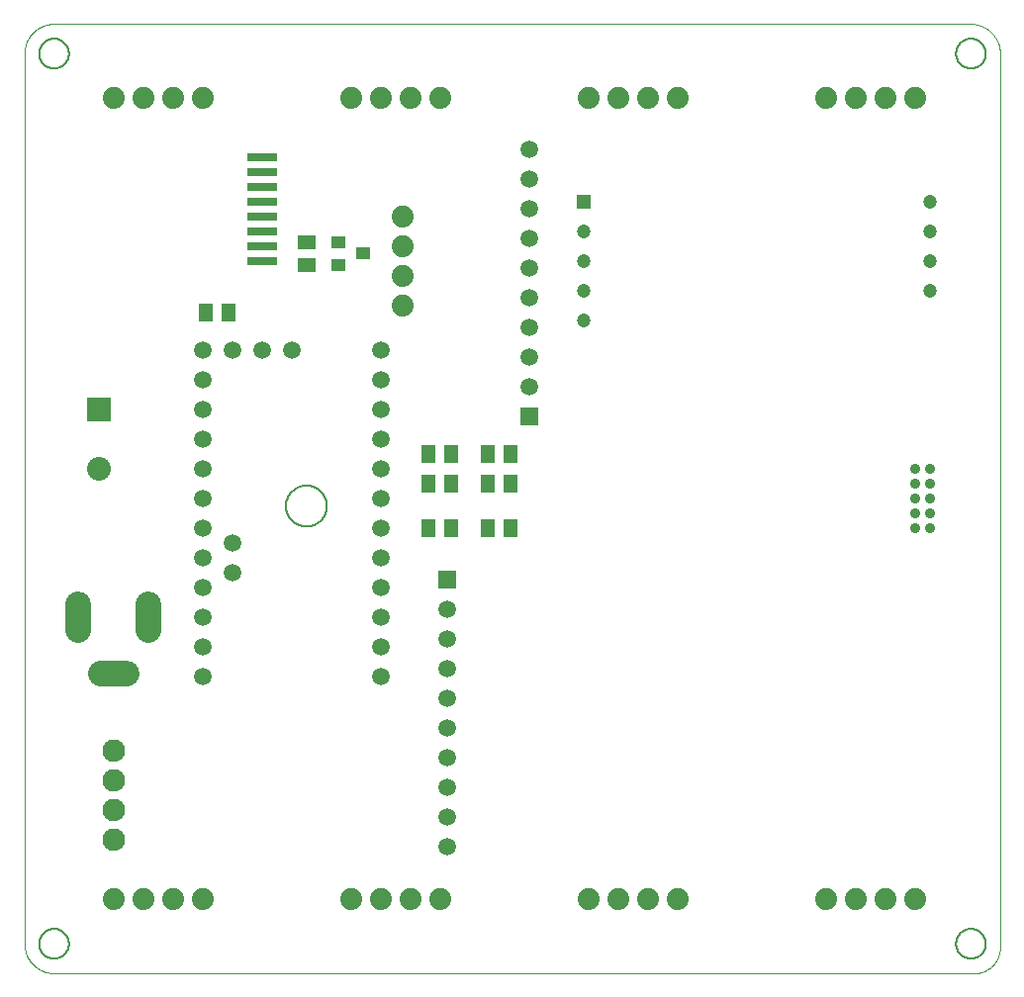
<source format=gts>
G75*
%MOIN*%
%OFA0B0*%
%FSLAX25Y25*%
%IPPOS*%
%LPD*%
%AMOC8*
5,1,8,0,0,1.08239X$1,22.5*
%
%ADD10C,0.00000*%
%ADD11C,0.00600*%
%ADD12C,0.07400*%
%ADD13C,0.08600*%
%ADD14C,0.05906*%
%ADD15R,0.04724X0.04724*%
%ADD16C,0.04724*%
%ADD17R,0.10000X0.03000*%
%ADD18R,0.05118X0.05906*%
%ADD19R,0.05906X0.05118*%
%ADD20R,0.08000X0.08000*%
%ADD21C,0.08000*%
%ADD22R,0.04724X0.04000*%
%ADD23C,0.03562*%
%ADD24C,0.07600*%
%ADD25R,0.05906X0.05906*%
D10*
X0013520Y0011600D02*
X0013520Y0311561D01*
X0013523Y0311803D01*
X0013532Y0312044D01*
X0013546Y0312285D01*
X0013567Y0312526D01*
X0013593Y0312766D01*
X0013625Y0313006D01*
X0013663Y0313245D01*
X0013706Y0313482D01*
X0013756Y0313719D01*
X0013811Y0313954D01*
X0013871Y0314188D01*
X0013938Y0314420D01*
X0014009Y0314651D01*
X0014087Y0314880D01*
X0014170Y0315107D01*
X0014258Y0315332D01*
X0014352Y0315555D01*
X0014451Y0315775D01*
X0014556Y0315993D01*
X0014665Y0316208D01*
X0014780Y0316421D01*
X0014900Y0316631D01*
X0015025Y0316837D01*
X0015155Y0317041D01*
X0015290Y0317242D01*
X0015430Y0317439D01*
X0015574Y0317633D01*
X0015723Y0317823D01*
X0015877Y0318009D01*
X0016035Y0318192D01*
X0016197Y0318371D01*
X0016364Y0318546D01*
X0016535Y0318717D01*
X0016710Y0318884D01*
X0016889Y0319046D01*
X0017072Y0319204D01*
X0017258Y0319358D01*
X0017448Y0319507D01*
X0017642Y0319651D01*
X0017839Y0319791D01*
X0018040Y0319926D01*
X0018244Y0320056D01*
X0018450Y0320181D01*
X0018660Y0320301D01*
X0018873Y0320416D01*
X0019088Y0320525D01*
X0019306Y0320630D01*
X0019526Y0320729D01*
X0019749Y0320823D01*
X0019974Y0320911D01*
X0020201Y0320994D01*
X0020430Y0321072D01*
X0020661Y0321143D01*
X0020893Y0321210D01*
X0021127Y0321270D01*
X0021362Y0321325D01*
X0021599Y0321375D01*
X0021836Y0321418D01*
X0022075Y0321456D01*
X0022315Y0321488D01*
X0022555Y0321514D01*
X0022796Y0321535D01*
X0023037Y0321549D01*
X0023278Y0321558D01*
X0023520Y0321561D01*
X0332260Y0321561D01*
X0332501Y0321558D01*
X0332741Y0321549D01*
X0332982Y0321535D01*
X0333221Y0321514D01*
X0333461Y0321488D01*
X0333699Y0321456D01*
X0333937Y0321419D01*
X0334174Y0321375D01*
X0334409Y0321326D01*
X0334644Y0321272D01*
X0334877Y0321211D01*
X0335108Y0321145D01*
X0335338Y0321073D01*
X0335566Y0320996D01*
X0335792Y0320914D01*
X0336016Y0320826D01*
X0336238Y0320732D01*
X0336458Y0320633D01*
X0336675Y0320529D01*
X0336889Y0320420D01*
X0337101Y0320306D01*
X0337310Y0320186D01*
X0337516Y0320062D01*
X0337719Y0319932D01*
X0337918Y0319798D01*
X0338115Y0319659D01*
X0338308Y0319515D01*
X0338497Y0319366D01*
X0338683Y0319213D01*
X0338865Y0319056D01*
X0339044Y0318894D01*
X0339218Y0318728D01*
X0339388Y0318558D01*
X0339554Y0318384D01*
X0339716Y0318205D01*
X0339873Y0318023D01*
X0340026Y0317837D01*
X0340175Y0317648D01*
X0340319Y0317455D01*
X0340458Y0317258D01*
X0340592Y0317059D01*
X0340722Y0316856D01*
X0340846Y0316650D01*
X0340966Y0316441D01*
X0341080Y0316229D01*
X0341189Y0316015D01*
X0341293Y0315798D01*
X0341392Y0315578D01*
X0341486Y0315356D01*
X0341574Y0315132D01*
X0341656Y0314906D01*
X0341733Y0314678D01*
X0341805Y0314448D01*
X0341871Y0314217D01*
X0341932Y0313984D01*
X0341986Y0313749D01*
X0342035Y0313514D01*
X0342079Y0313277D01*
X0342116Y0313039D01*
X0342148Y0312801D01*
X0342174Y0312561D01*
X0342195Y0312322D01*
X0342209Y0312081D01*
X0342218Y0311841D01*
X0342221Y0311600D01*
X0342220Y0311600D02*
X0342220Y0010301D01*
X0342221Y0010301D02*
X0342218Y0010091D01*
X0342211Y0009881D01*
X0342198Y0009671D01*
X0342180Y0009461D01*
X0342158Y0009252D01*
X0342130Y0009044D01*
X0342097Y0008836D01*
X0342059Y0008629D01*
X0342016Y0008423D01*
X0341968Y0008219D01*
X0341915Y0008015D01*
X0341858Y0007813D01*
X0341795Y0007612D01*
X0341728Y0007413D01*
X0341656Y0007216D01*
X0341579Y0007020D01*
X0341497Y0006826D01*
X0341411Y0006634D01*
X0341320Y0006445D01*
X0341224Y0006257D01*
X0341124Y0006072D01*
X0341020Y0005890D01*
X0340911Y0005710D01*
X0340798Y0005533D01*
X0340681Y0005358D01*
X0340559Y0005187D01*
X0340434Y0005018D01*
X0340304Y0004853D01*
X0340170Y0004690D01*
X0340033Y0004531D01*
X0339891Y0004375D01*
X0339746Y0004223D01*
X0339598Y0004075D01*
X0339446Y0003930D01*
X0339290Y0003788D01*
X0339131Y0003651D01*
X0338968Y0003517D01*
X0338803Y0003387D01*
X0338634Y0003262D01*
X0338463Y0003140D01*
X0338288Y0003023D01*
X0338111Y0002910D01*
X0337931Y0002801D01*
X0337749Y0002697D01*
X0337564Y0002597D01*
X0337376Y0002501D01*
X0337187Y0002410D01*
X0336995Y0002324D01*
X0336801Y0002242D01*
X0336605Y0002165D01*
X0336408Y0002093D01*
X0336209Y0002026D01*
X0336008Y0001963D01*
X0335806Y0001906D01*
X0335602Y0001853D01*
X0335398Y0001805D01*
X0335192Y0001762D01*
X0334985Y0001724D01*
X0334777Y0001691D01*
X0334569Y0001663D01*
X0334360Y0001641D01*
X0334150Y0001623D01*
X0333940Y0001610D01*
X0333730Y0001603D01*
X0333520Y0001600D01*
X0023520Y0001600D01*
X0023278Y0001603D01*
X0023037Y0001612D01*
X0022796Y0001626D01*
X0022555Y0001647D01*
X0022315Y0001673D01*
X0022075Y0001705D01*
X0021836Y0001743D01*
X0021599Y0001786D01*
X0021362Y0001836D01*
X0021127Y0001891D01*
X0020893Y0001951D01*
X0020661Y0002018D01*
X0020430Y0002089D01*
X0020201Y0002167D01*
X0019974Y0002250D01*
X0019749Y0002338D01*
X0019526Y0002432D01*
X0019306Y0002531D01*
X0019088Y0002636D01*
X0018873Y0002745D01*
X0018660Y0002860D01*
X0018450Y0002980D01*
X0018244Y0003105D01*
X0018040Y0003235D01*
X0017839Y0003370D01*
X0017642Y0003510D01*
X0017448Y0003654D01*
X0017258Y0003803D01*
X0017072Y0003957D01*
X0016889Y0004115D01*
X0016710Y0004277D01*
X0016535Y0004444D01*
X0016364Y0004615D01*
X0016197Y0004790D01*
X0016035Y0004969D01*
X0015877Y0005152D01*
X0015723Y0005338D01*
X0015574Y0005528D01*
X0015430Y0005722D01*
X0015290Y0005919D01*
X0015155Y0006120D01*
X0015025Y0006324D01*
X0014900Y0006530D01*
X0014780Y0006740D01*
X0014665Y0006953D01*
X0014556Y0007168D01*
X0014451Y0007386D01*
X0014352Y0007606D01*
X0014258Y0007829D01*
X0014170Y0008054D01*
X0014087Y0008281D01*
X0014009Y0008510D01*
X0013938Y0008741D01*
X0013871Y0008973D01*
X0013811Y0009207D01*
X0013756Y0009442D01*
X0013706Y0009679D01*
X0013663Y0009916D01*
X0013625Y0010155D01*
X0013593Y0010395D01*
X0013567Y0010635D01*
X0013546Y0010876D01*
X0013532Y0011117D01*
X0013523Y0011358D01*
X0013520Y0011600D01*
D11*
X0018520Y0011600D02*
X0018522Y0011741D01*
X0018528Y0011882D01*
X0018538Y0012022D01*
X0018552Y0012162D01*
X0018570Y0012302D01*
X0018591Y0012441D01*
X0018617Y0012580D01*
X0018646Y0012718D01*
X0018680Y0012854D01*
X0018717Y0012990D01*
X0018758Y0013125D01*
X0018803Y0013259D01*
X0018852Y0013391D01*
X0018904Y0013522D01*
X0018960Y0013651D01*
X0019020Y0013778D01*
X0019083Y0013904D01*
X0019149Y0014028D01*
X0019220Y0014151D01*
X0019293Y0014271D01*
X0019370Y0014389D01*
X0019450Y0014505D01*
X0019534Y0014618D01*
X0019620Y0014729D01*
X0019710Y0014838D01*
X0019803Y0014944D01*
X0019898Y0015047D01*
X0019997Y0015148D01*
X0020098Y0015246D01*
X0020202Y0015341D01*
X0020309Y0015433D01*
X0020418Y0015522D01*
X0020530Y0015607D01*
X0020644Y0015690D01*
X0020760Y0015770D01*
X0020879Y0015846D01*
X0021000Y0015918D01*
X0021122Y0015988D01*
X0021247Y0016053D01*
X0021373Y0016116D01*
X0021501Y0016174D01*
X0021631Y0016229D01*
X0021762Y0016281D01*
X0021895Y0016328D01*
X0022029Y0016372D01*
X0022164Y0016413D01*
X0022300Y0016449D01*
X0022437Y0016481D01*
X0022575Y0016510D01*
X0022713Y0016535D01*
X0022853Y0016555D01*
X0022993Y0016572D01*
X0023133Y0016585D01*
X0023274Y0016594D01*
X0023414Y0016599D01*
X0023555Y0016600D01*
X0023696Y0016597D01*
X0023837Y0016590D01*
X0023977Y0016579D01*
X0024117Y0016564D01*
X0024257Y0016545D01*
X0024396Y0016523D01*
X0024534Y0016496D01*
X0024672Y0016466D01*
X0024808Y0016431D01*
X0024944Y0016393D01*
X0025078Y0016351D01*
X0025212Y0016305D01*
X0025344Y0016256D01*
X0025474Y0016202D01*
X0025603Y0016145D01*
X0025730Y0016085D01*
X0025856Y0016021D01*
X0025979Y0015953D01*
X0026101Y0015882D01*
X0026221Y0015808D01*
X0026338Y0015730D01*
X0026453Y0015649D01*
X0026566Y0015565D01*
X0026677Y0015478D01*
X0026785Y0015387D01*
X0026890Y0015294D01*
X0026993Y0015197D01*
X0027093Y0015098D01*
X0027190Y0014996D01*
X0027284Y0014891D01*
X0027375Y0014784D01*
X0027463Y0014674D01*
X0027548Y0014562D01*
X0027630Y0014447D01*
X0027709Y0014330D01*
X0027784Y0014211D01*
X0027856Y0014090D01*
X0027924Y0013967D01*
X0027989Y0013842D01*
X0028051Y0013715D01*
X0028108Y0013586D01*
X0028163Y0013456D01*
X0028213Y0013325D01*
X0028260Y0013192D01*
X0028303Y0013058D01*
X0028342Y0012922D01*
X0028377Y0012786D01*
X0028409Y0012649D01*
X0028436Y0012511D01*
X0028460Y0012372D01*
X0028480Y0012232D01*
X0028496Y0012092D01*
X0028508Y0011952D01*
X0028516Y0011811D01*
X0028520Y0011670D01*
X0028520Y0011530D01*
X0028516Y0011389D01*
X0028508Y0011248D01*
X0028496Y0011108D01*
X0028480Y0010968D01*
X0028460Y0010828D01*
X0028436Y0010689D01*
X0028409Y0010551D01*
X0028377Y0010414D01*
X0028342Y0010278D01*
X0028303Y0010142D01*
X0028260Y0010008D01*
X0028213Y0009875D01*
X0028163Y0009744D01*
X0028108Y0009614D01*
X0028051Y0009485D01*
X0027989Y0009358D01*
X0027924Y0009233D01*
X0027856Y0009110D01*
X0027784Y0008989D01*
X0027709Y0008870D01*
X0027630Y0008753D01*
X0027548Y0008638D01*
X0027463Y0008526D01*
X0027375Y0008416D01*
X0027284Y0008309D01*
X0027190Y0008204D01*
X0027093Y0008102D01*
X0026993Y0008003D01*
X0026890Y0007906D01*
X0026785Y0007813D01*
X0026677Y0007722D01*
X0026566Y0007635D01*
X0026453Y0007551D01*
X0026338Y0007470D01*
X0026221Y0007392D01*
X0026101Y0007318D01*
X0025979Y0007247D01*
X0025856Y0007179D01*
X0025730Y0007115D01*
X0025603Y0007055D01*
X0025474Y0006998D01*
X0025344Y0006944D01*
X0025212Y0006895D01*
X0025078Y0006849D01*
X0024944Y0006807D01*
X0024808Y0006769D01*
X0024672Y0006734D01*
X0024534Y0006704D01*
X0024396Y0006677D01*
X0024257Y0006655D01*
X0024117Y0006636D01*
X0023977Y0006621D01*
X0023837Y0006610D01*
X0023696Y0006603D01*
X0023555Y0006600D01*
X0023414Y0006601D01*
X0023274Y0006606D01*
X0023133Y0006615D01*
X0022993Y0006628D01*
X0022853Y0006645D01*
X0022713Y0006665D01*
X0022575Y0006690D01*
X0022437Y0006719D01*
X0022300Y0006751D01*
X0022164Y0006787D01*
X0022029Y0006828D01*
X0021895Y0006872D01*
X0021762Y0006919D01*
X0021631Y0006971D01*
X0021501Y0007026D01*
X0021373Y0007084D01*
X0021247Y0007147D01*
X0021122Y0007212D01*
X0021000Y0007282D01*
X0020879Y0007354D01*
X0020760Y0007430D01*
X0020644Y0007510D01*
X0020530Y0007593D01*
X0020418Y0007678D01*
X0020309Y0007767D01*
X0020202Y0007859D01*
X0020098Y0007954D01*
X0019997Y0008052D01*
X0019898Y0008153D01*
X0019803Y0008256D01*
X0019710Y0008362D01*
X0019620Y0008471D01*
X0019534Y0008582D01*
X0019450Y0008695D01*
X0019370Y0008811D01*
X0019293Y0008929D01*
X0019220Y0009049D01*
X0019149Y0009172D01*
X0019083Y0009296D01*
X0019020Y0009422D01*
X0018960Y0009549D01*
X0018904Y0009678D01*
X0018852Y0009809D01*
X0018803Y0009941D01*
X0018758Y0010075D01*
X0018717Y0010210D01*
X0018680Y0010346D01*
X0018646Y0010482D01*
X0018617Y0010620D01*
X0018591Y0010759D01*
X0018570Y0010898D01*
X0018552Y0011038D01*
X0018538Y0011178D01*
X0018528Y0011318D01*
X0018522Y0011459D01*
X0018520Y0011600D01*
X0101630Y0159100D02*
X0101632Y0159269D01*
X0101638Y0159438D01*
X0101649Y0159607D01*
X0101663Y0159775D01*
X0101682Y0159943D01*
X0101705Y0160111D01*
X0101731Y0160278D01*
X0101762Y0160444D01*
X0101797Y0160610D01*
X0101836Y0160774D01*
X0101880Y0160938D01*
X0101927Y0161100D01*
X0101978Y0161261D01*
X0102033Y0161421D01*
X0102092Y0161580D01*
X0102154Y0161737D01*
X0102221Y0161892D01*
X0102292Y0162046D01*
X0102366Y0162198D01*
X0102444Y0162348D01*
X0102525Y0162496D01*
X0102610Y0162642D01*
X0102699Y0162786D01*
X0102791Y0162928D01*
X0102887Y0163067D01*
X0102986Y0163204D01*
X0103088Y0163339D01*
X0103194Y0163471D01*
X0103303Y0163600D01*
X0103415Y0163727D01*
X0103530Y0163851D01*
X0103648Y0163972D01*
X0103769Y0164090D01*
X0103893Y0164205D01*
X0104020Y0164317D01*
X0104149Y0164426D01*
X0104281Y0164532D01*
X0104416Y0164634D01*
X0104553Y0164733D01*
X0104692Y0164829D01*
X0104834Y0164921D01*
X0104978Y0165010D01*
X0105124Y0165095D01*
X0105272Y0165176D01*
X0105422Y0165254D01*
X0105574Y0165328D01*
X0105728Y0165399D01*
X0105883Y0165466D01*
X0106040Y0165528D01*
X0106199Y0165587D01*
X0106359Y0165642D01*
X0106520Y0165693D01*
X0106682Y0165740D01*
X0106846Y0165784D01*
X0107010Y0165823D01*
X0107176Y0165858D01*
X0107342Y0165889D01*
X0107509Y0165915D01*
X0107677Y0165938D01*
X0107845Y0165957D01*
X0108013Y0165971D01*
X0108182Y0165982D01*
X0108351Y0165988D01*
X0108520Y0165990D01*
X0108689Y0165988D01*
X0108858Y0165982D01*
X0109027Y0165971D01*
X0109195Y0165957D01*
X0109363Y0165938D01*
X0109531Y0165915D01*
X0109698Y0165889D01*
X0109864Y0165858D01*
X0110030Y0165823D01*
X0110194Y0165784D01*
X0110358Y0165740D01*
X0110520Y0165693D01*
X0110681Y0165642D01*
X0110841Y0165587D01*
X0111000Y0165528D01*
X0111157Y0165466D01*
X0111312Y0165399D01*
X0111466Y0165328D01*
X0111618Y0165254D01*
X0111768Y0165176D01*
X0111916Y0165095D01*
X0112062Y0165010D01*
X0112206Y0164921D01*
X0112348Y0164829D01*
X0112487Y0164733D01*
X0112624Y0164634D01*
X0112759Y0164532D01*
X0112891Y0164426D01*
X0113020Y0164317D01*
X0113147Y0164205D01*
X0113271Y0164090D01*
X0113392Y0163972D01*
X0113510Y0163851D01*
X0113625Y0163727D01*
X0113737Y0163600D01*
X0113846Y0163471D01*
X0113952Y0163339D01*
X0114054Y0163204D01*
X0114153Y0163067D01*
X0114249Y0162928D01*
X0114341Y0162786D01*
X0114430Y0162642D01*
X0114515Y0162496D01*
X0114596Y0162348D01*
X0114674Y0162198D01*
X0114748Y0162046D01*
X0114819Y0161892D01*
X0114886Y0161737D01*
X0114948Y0161580D01*
X0115007Y0161421D01*
X0115062Y0161261D01*
X0115113Y0161100D01*
X0115160Y0160938D01*
X0115204Y0160774D01*
X0115243Y0160610D01*
X0115278Y0160444D01*
X0115309Y0160278D01*
X0115335Y0160111D01*
X0115358Y0159943D01*
X0115377Y0159775D01*
X0115391Y0159607D01*
X0115402Y0159438D01*
X0115408Y0159269D01*
X0115410Y0159100D01*
X0115408Y0158931D01*
X0115402Y0158762D01*
X0115391Y0158593D01*
X0115377Y0158425D01*
X0115358Y0158257D01*
X0115335Y0158089D01*
X0115309Y0157922D01*
X0115278Y0157756D01*
X0115243Y0157590D01*
X0115204Y0157426D01*
X0115160Y0157262D01*
X0115113Y0157100D01*
X0115062Y0156939D01*
X0115007Y0156779D01*
X0114948Y0156620D01*
X0114886Y0156463D01*
X0114819Y0156308D01*
X0114748Y0156154D01*
X0114674Y0156002D01*
X0114596Y0155852D01*
X0114515Y0155704D01*
X0114430Y0155558D01*
X0114341Y0155414D01*
X0114249Y0155272D01*
X0114153Y0155133D01*
X0114054Y0154996D01*
X0113952Y0154861D01*
X0113846Y0154729D01*
X0113737Y0154600D01*
X0113625Y0154473D01*
X0113510Y0154349D01*
X0113392Y0154228D01*
X0113271Y0154110D01*
X0113147Y0153995D01*
X0113020Y0153883D01*
X0112891Y0153774D01*
X0112759Y0153668D01*
X0112624Y0153566D01*
X0112487Y0153467D01*
X0112348Y0153371D01*
X0112206Y0153279D01*
X0112062Y0153190D01*
X0111916Y0153105D01*
X0111768Y0153024D01*
X0111618Y0152946D01*
X0111466Y0152872D01*
X0111312Y0152801D01*
X0111157Y0152734D01*
X0111000Y0152672D01*
X0110841Y0152613D01*
X0110681Y0152558D01*
X0110520Y0152507D01*
X0110358Y0152460D01*
X0110194Y0152416D01*
X0110030Y0152377D01*
X0109864Y0152342D01*
X0109698Y0152311D01*
X0109531Y0152285D01*
X0109363Y0152262D01*
X0109195Y0152243D01*
X0109027Y0152229D01*
X0108858Y0152218D01*
X0108689Y0152212D01*
X0108520Y0152210D01*
X0108351Y0152212D01*
X0108182Y0152218D01*
X0108013Y0152229D01*
X0107845Y0152243D01*
X0107677Y0152262D01*
X0107509Y0152285D01*
X0107342Y0152311D01*
X0107176Y0152342D01*
X0107010Y0152377D01*
X0106846Y0152416D01*
X0106682Y0152460D01*
X0106520Y0152507D01*
X0106359Y0152558D01*
X0106199Y0152613D01*
X0106040Y0152672D01*
X0105883Y0152734D01*
X0105728Y0152801D01*
X0105574Y0152872D01*
X0105422Y0152946D01*
X0105272Y0153024D01*
X0105124Y0153105D01*
X0104978Y0153190D01*
X0104834Y0153279D01*
X0104692Y0153371D01*
X0104553Y0153467D01*
X0104416Y0153566D01*
X0104281Y0153668D01*
X0104149Y0153774D01*
X0104020Y0153883D01*
X0103893Y0153995D01*
X0103769Y0154110D01*
X0103648Y0154228D01*
X0103530Y0154349D01*
X0103415Y0154473D01*
X0103303Y0154600D01*
X0103194Y0154729D01*
X0103088Y0154861D01*
X0102986Y0154996D01*
X0102887Y0155133D01*
X0102791Y0155272D01*
X0102699Y0155414D01*
X0102610Y0155558D01*
X0102525Y0155704D01*
X0102444Y0155852D01*
X0102366Y0156002D01*
X0102292Y0156154D01*
X0102221Y0156308D01*
X0102154Y0156463D01*
X0102092Y0156620D01*
X0102033Y0156779D01*
X0101978Y0156939D01*
X0101927Y0157100D01*
X0101880Y0157262D01*
X0101836Y0157426D01*
X0101797Y0157590D01*
X0101762Y0157756D01*
X0101731Y0157922D01*
X0101705Y0158089D01*
X0101682Y0158257D01*
X0101663Y0158425D01*
X0101649Y0158593D01*
X0101638Y0158762D01*
X0101632Y0158931D01*
X0101630Y0159100D01*
X0018520Y0311600D02*
X0018522Y0311741D01*
X0018528Y0311882D01*
X0018538Y0312022D01*
X0018552Y0312162D01*
X0018570Y0312302D01*
X0018591Y0312441D01*
X0018617Y0312580D01*
X0018646Y0312718D01*
X0018680Y0312854D01*
X0018717Y0312990D01*
X0018758Y0313125D01*
X0018803Y0313259D01*
X0018852Y0313391D01*
X0018904Y0313522D01*
X0018960Y0313651D01*
X0019020Y0313778D01*
X0019083Y0313904D01*
X0019149Y0314028D01*
X0019220Y0314151D01*
X0019293Y0314271D01*
X0019370Y0314389D01*
X0019450Y0314505D01*
X0019534Y0314618D01*
X0019620Y0314729D01*
X0019710Y0314838D01*
X0019803Y0314944D01*
X0019898Y0315047D01*
X0019997Y0315148D01*
X0020098Y0315246D01*
X0020202Y0315341D01*
X0020309Y0315433D01*
X0020418Y0315522D01*
X0020530Y0315607D01*
X0020644Y0315690D01*
X0020760Y0315770D01*
X0020879Y0315846D01*
X0021000Y0315918D01*
X0021122Y0315988D01*
X0021247Y0316053D01*
X0021373Y0316116D01*
X0021501Y0316174D01*
X0021631Y0316229D01*
X0021762Y0316281D01*
X0021895Y0316328D01*
X0022029Y0316372D01*
X0022164Y0316413D01*
X0022300Y0316449D01*
X0022437Y0316481D01*
X0022575Y0316510D01*
X0022713Y0316535D01*
X0022853Y0316555D01*
X0022993Y0316572D01*
X0023133Y0316585D01*
X0023274Y0316594D01*
X0023414Y0316599D01*
X0023555Y0316600D01*
X0023696Y0316597D01*
X0023837Y0316590D01*
X0023977Y0316579D01*
X0024117Y0316564D01*
X0024257Y0316545D01*
X0024396Y0316523D01*
X0024534Y0316496D01*
X0024672Y0316466D01*
X0024808Y0316431D01*
X0024944Y0316393D01*
X0025078Y0316351D01*
X0025212Y0316305D01*
X0025344Y0316256D01*
X0025474Y0316202D01*
X0025603Y0316145D01*
X0025730Y0316085D01*
X0025856Y0316021D01*
X0025979Y0315953D01*
X0026101Y0315882D01*
X0026221Y0315808D01*
X0026338Y0315730D01*
X0026453Y0315649D01*
X0026566Y0315565D01*
X0026677Y0315478D01*
X0026785Y0315387D01*
X0026890Y0315294D01*
X0026993Y0315197D01*
X0027093Y0315098D01*
X0027190Y0314996D01*
X0027284Y0314891D01*
X0027375Y0314784D01*
X0027463Y0314674D01*
X0027548Y0314562D01*
X0027630Y0314447D01*
X0027709Y0314330D01*
X0027784Y0314211D01*
X0027856Y0314090D01*
X0027924Y0313967D01*
X0027989Y0313842D01*
X0028051Y0313715D01*
X0028108Y0313586D01*
X0028163Y0313456D01*
X0028213Y0313325D01*
X0028260Y0313192D01*
X0028303Y0313058D01*
X0028342Y0312922D01*
X0028377Y0312786D01*
X0028409Y0312649D01*
X0028436Y0312511D01*
X0028460Y0312372D01*
X0028480Y0312232D01*
X0028496Y0312092D01*
X0028508Y0311952D01*
X0028516Y0311811D01*
X0028520Y0311670D01*
X0028520Y0311530D01*
X0028516Y0311389D01*
X0028508Y0311248D01*
X0028496Y0311108D01*
X0028480Y0310968D01*
X0028460Y0310828D01*
X0028436Y0310689D01*
X0028409Y0310551D01*
X0028377Y0310414D01*
X0028342Y0310278D01*
X0028303Y0310142D01*
X0028260Y0310008D01*
X0028213Y0309875D01*
X0028163Y0309744D01*
X0028108Y0309614D01*
X0028051Y0309485D01*
X0027989Y0309358D01*
X0027924Y0309233D01*
X0027856Y0309110D01*
X0027784Y0308989D01*
X0027709Y0308870D01*
X0027630Y0308753D01*
X0027548Y0308638D01*
X0027463Y0308526D01*
X0027375Y0308416D01*
X0027284Y0308309D01*
X0027190Y0308204D01*
X0027093Y0308102D01*
X0026993Y0308003D01*
X0026890Y0307906D01*
X0026785Y0307813D01*
X0026677Y0307722D01*
X0026566Y0307635D01*
X0026453Y0307551D01*
X0026338Y0307470D01*
X0026221Y0307392D01*
X0026101Y0307318D01*
X0025979Y0307247D01*
X0025856Y0307179D01*
X0025730Y0307115D01*
X0025603Y0307055D01*
X0025474Y0306998D01*
X0025344Y0306944D01*
X0025212Y0306895D01*
X0025078Y0306849D01*
X0024944Y0306807D01*
X0024808Y0306769D01*
X0024672Y0306734D01*
X0024534Y0306704D01*
X0024396Y0306677D01*
X0024257Y0306655D01*
X0024117Y0306636D01*
X0023977Y0306621D01*
X0023837Y0306610D01*
X0023696Y0306603D01*
X0023555Y0306600D01*
X0023414Y0306601D01*
X0023274Y0306606D01*
X0023133Y0306615D01*
X0022993Y0306628D01*
X0022853Y0306645D01*
X0022713Y0306665D01*
X0022575Y0306690D01*
X0022437Y0306719D01*
X0022300Y0306751D01*
X0022164Y0306787D01*
X0022029Y0306828D01*
X0021895Y0306872D01*
X0021762Y0306919D01*
X0021631Y0306971D01*
X0021501Y0307026D01*
X0021373Y0307084D01*
X0021247Y0307147D01*
X0021122Y0307212D01*
X0021000Y0307282D01*
X0020879Y0307354D01*
X0020760Y0307430D01*
X0020644Y0307510D01*
X0020530Y0307593D01*
X0020418Y0307678D01*
X0020309Y0307767D01*
X0020202Y0307859D01*
X0020098Y0307954D01*
X0019997Y0308052D01*
X0019898Y0308153D01*
X0019803Y0308256D01*
X0019710Y0308362D01*
X0019620Y0308471D01*
X0019534Y0308582D01*
X0019450Y0308695D01*
X0019370Y0308811D01*
X0019293Y0308929D01*
X0019220Y0309049D01*
X0019149Y0309172D01*
X0019083Y0309296D01*
X0019020Y0309422D01*
X0018960Y0309549D01*
X0018904Y0309678D01*
X0018852Y0309809D01*
X0018803Y0309941D01*
X0018758Y0310075D01*
X0018717Y0310210D01*
X0018680Y0310346D01*
X0018646Y0310482D01*
X0018617Y0310620D01*
X0018591Y0310759D01*
X0018570Y0310898D01*
X0018552Y0311038D01*
X0018538Y0311178D01*
X0018528Y0311318D01*
X0018522Y0311459D01*
X0018520Y0311600D01*
X0327417Y0311600D02*
X0327419Y0311741D01*
X0327425Y0311882D01*
X0327435Y0312022D01*
X0327449Y0312162D01*
X0327467Y0312302D01*
X0327488Y0312441D01*
X0327514Y0312580D01*
X0327543Y0312718D01*
X0327577Y0312854D01*
X0327614Y0312990D01*
X0327655Y0313125D01*
X0327700Y0313259D01*
X0327749Y0313391D01*
X0327801Y0313522D01*
X0327857Y0313651D01*
X0327917Y0313778D01*
X0327980Y0313904D01*
X0328046Y0314028D01*
X0328117Y0314151D01*
X0328190Y0314271D01*
X0328267Y0314389D01*
X0328347Y0314505D01*
X0328431Y0314618D01*
X0328517Y0314729D01*
X0328607Y0314838D01*
X0328700Y0314944D01*
X0328795Y0315047D01*
X0328894Y0315148D01*
X0328995Y0315246D01*
X0329099Y0315341D01*
X0329206Y0315433D01*
X0329315Y0315522D01*
X0329427Y0315607D01*
X0329541Y0315690D01*
X0329657Y0315770D01*
X0329776Y0315846D01*
X0329897Y0315918D01*
X0330019Y0315988D01*
X0330144Y0316053D01*
X0330270Y0316116D01*
X0330398Y0316174D01*
X0330528Y0316229D01*
X0330659Y0316281D01*
X0330792Y0316328D01*
X0330926Y0316372D01*
X0331061Y0316413D01*
X0331197Y0316449D01*
X0331334Y0316481D01*
X0331472Y0316510D01*
X0331610Y0316535D01*
X0331750Y0316555D01*
X0331890Y0316572D01*
X0332030Y0316585D01*
X0332171Y0316594D01*
X0332311Y0316599D01*
X0332452Y0316600D01*
X0332593Y0316597D01*
X0332734Y0316590D01*
X0332874Y0316579D01*
X0333014Y0316564D01*
X0333154Y0316545D01*
X0333293Y0316523D01*
X0333431Y0316496D01*
X0333569Y0316466D01*
X0333705Y0316431D01*
X0333841Y0316393D01*
X0333975Y0316351D01*
X0334109Y0316305D01*
X0334241Y0316256D01*
X0334371Y0316202D01*
X0334500Y0316145D01*
X0334627Y0316085D01*
X0334753Y0316021D01*
X0334876Y0315953D01*
X0334998Y0315882D01*
X0335118Y0315808D01*
X0335235Y0315730D01*
X0335350Y0315649D01*
X0335463Y0315565D01*
X0335574Y0315478D01*
X0335682Y0315387D01*
X0335787Y0315294D01*
X0335890Y0315197D01*
X0335990Y0315098D01*
X0336087Y0314996D01*
X0336181Y0314891D01*
X0336272Y0314784D01*
X0336360Y0314674D01*
X0336445Y0314562D01*
X0336527Y0314447D01*
X0336606Y0314330D01*
X0336681Y0314211D01*
X0336753Y0314090D01*
X0336821Y0313967D01*
X0336886Y0313842D01*
X0336948Y0313715D01*
X0337005Y0313586D01*
X0337060Y0313456D01*
X0337110Y0313325D01*
X0337157Y0313192D01*
X0337200Y0313058D01*
X0337239Y0312922D01*
X0337274Y0312786D01*
X0337306Y0312649D01*
X0337333Y0312511D01*
X0337357Y0312372D01*
X0337377Y0312232D01*
X0337393Y0312092D01*
X0337405Y0311952D01*
X0337413Y0311811D01*
X0337417Y0311670D01*
X0337417Y0311530D01*
X0337413Y0311389D01*
X0337405Y0311248D01*
X0337393Y0311108D01*
X0337377Y0310968D01*
X0337357Y0310828D01*
X0337333Y0310689D01*
X0337306Y0310551D01*
X0337274Y0310414D01*
X0337239Y0310278D01*
X0337200Y0310142D01*
X0337157Y0310008D01*
X0337110Y0309875D01*
X0337060Y0309744D01*
X0337005Y0309614D01*
X0336948Y0309485D01*
X0336886Y0309358D01*
X0336821Y0309233D01*
X0336753Y0309110D01*
X0336681Y0308989D01*
X0336606Y0308870D01*
X0336527Y0308753D01*
X0336445Y0308638D01*
X0336360Y0308526D01*
X0336272Y0308416D01*
X0336181Y0308309D01*
X0336087Y0308204D01*
X0335990Y0308102D01*
X0335890Y0308003D01*
X0335787Y0307906D01*
X0335682Y0307813D01*
X0335574Y0307722D01*
X0335463Y0307635D01*
X0335350Y0307551D01*
X0335235Y0307470D01*
X0335118Y0307392D01*
X0334998Y0307318D01*
X0334876Y0307247D01*
X0334753Y0307179D01*
X0334627Y0307115D01*
X0334500Y0307055D01*
X0334371Y0306998D01*
X0334241Y0306944D01*
X0334109Y0306895D01*
X0333975Y0306849D01*
X0333841Y0306807D01*
X0333705Y0306769D01*
X0333569Y0306734D01*
X0333431Y0306704D01*
X0333293Y0306677D01*
X0333154Y0306655D01*
X0333014Y0306636D01*
X0332874Y0306621D01*
X0332734Y0306610D01*
X0332593Y0306603D01*
X0332452Y0306600D01*
X0332311Y0306601D01*
X0332171Y0306606D01*
X0332030Y0306615D01*
X0331890Y0306628D01*
X0331750Y0306645D01*
X0331610Y0306665D01*
X0331472Y0306690D01*
X0331334Y0306719D01*
X0331197Y0306751D01*
X0331061Y0306787D01*
X0330926Y0306828D01*
X0330792Y0306872D01*
X0330659Y0306919D01*
X0330528Y0306971D01*
X0330398Y0307026D01*
X0330270Y0307084D01*
X0330144Y0307147D01*
X0330019Y0307212D01*
X0329897Y0307282D01*
X0329776Y0307354D01*
X0329657Y0307430D01*
X0329541Y0307510D01*
X0329427Y0307593D01*
X0329315Y0307678D01*
X0329206Y0307767D01*
X0329099Y0307859D01*
X0328995Y0307954D01*
X0328894Y0308052D01*
X0328795Y0308153D01*
X0328700Y0308256D01*
X0328607Y0308362D01*
X0328517Y0308471D01*
X0328431Y0308582D01*
X0328347Y0308695D01*
X0328267Y0308811D01*
X0328190Y0308929D01*
X0328117Y0309049D01*
X0328046Y0309172D01*
X0327980Y0309296D01*
X0327917Y0309422D01*
X0327857Y0309549D01*
X0327801Y0309678D01*
X0327749Y0309809D01*
X0327700Y0309941D01*
X0327655Y0310075D01*
X0327614Y0310210D01*
X0327577Y0310346D01*
X0327543Y0310482D01*
X0327514Y0310620D01*
X0327488Y0310759D01*
X0327467Y0310898D01*
X0327449Y0311038D01*
X0327435Y0311178D01*
X0327425Y0311318D01*
X0327419Y0311459D01*
X0327417Y0311600D01*
X0327417Y0011600D02*
X0327419Y0011741D01*
X0327425Y0011882D01*
X0327435Y0012022D01*
X0327449Y0012162D01*
X0327467Y0012302D01*
X0327488Y0012441D01*
X0327514Y0012580D01*
X0327543Y0012718D01*
X0327577Y0012854D01*
X0327614Y0012990D01*
X0327655Y0013125D01*
X0327700Y0013259D01*
X0327749Y0013391D01*
X0327801Y0013522D01*
X0327857Y0013651D01*
X0327917Y0013778D01*
X0327980Y0013904D01*
X0328046Y0014028D01*
X0328117Y0014151D01*
X0328190Y0014271D01*
X0328267Y0014389D01*
X0328347Y0014505D01*
X0328431Y0014618D01*
X0328517Y0014729D01*
X0328607Y0014838D01*
X0328700Y0014944D01*
X0328795Y0015047D01*
X0328894Y0015148D01*
X0328995Y0015246D01*
X0329099Y0015341D01*
X0329206Y0015433D01*
X0329315Y0015522D01*
X0329427Y0015607D01*
X0329541Y0015690D01*
X0329657Y0015770D01*
X0329776Y0015846D01*
X0329897Y0015918D01*
X0330019Y0015988D01*
X0330144Y0016053D01*
X0330270Y0016116D01*
X0330398Y0016174D01*
X0330528Y0016229D01*
X0330659Y0016281D01*
X0330792Y0016328D01*
X0330926Y0016372D01*
X0331061Y0016413D01*
X0331197Y0016449D01*
X0331334Y0016481D01*
X0331472Y0016510D01*
X0331610Y0016535D01*
X0331750Y0016555D01*
X0331890Y0016572D01*
X0332030Y0016585D01*
X0332171Y0016594D01*
X0332311Y0016599D01*
X0332452Y0016600D01*
X0332593Y0016597D01*
X0332734Y0016590D01*
X0332874Y0016579D01*
X0333014Y0016564D01*
X0333154Y0016545D01*
X0333293Y0016523D01*
X0333431Y0016496D01*
X0333569Y0016466D01*
X0333705Y0016431D01*
X0333841Y0016393D01*
X0333975Y0016351D01*
X0334109Y0016305D01*
X0334241Y0016256D01*
X0334371Y0016202D01*
X0334500Y0016145D01*
X0334627Y0016085D01*
X0334753Y0016021D01*
X0334876Y0015953D01*
X0334998Y0015882D01*
X0335118Y0015808D01*
X0335235Y0015730D01*
X0335350Y0015649D01*
X0335463Y0015565D01*
X0335574Y0015478D01*
X0335682Y0015387D01*
X0335787Y0015294D01*
X0335890Y0015197D01*
X0335990Y0015098D01*
X0336087Y0014996D01*
X0336181Y0014891D01*
X0336272Y0014784D01*
X0336360Y0014674D01*
X0336445Y0014562D01*
X0336527Y0014447D01*
X0336606Y0014330D01*
X0336681Y0014211D01*
X0336753Y0014090D01*
X0336821Y0013967D01*
X0336886Y0013842D01*
X0336948Y0013715D01*
X0337005Y0013586D01*
X0337060Y0013456D01*
X0337110Y0013325D01*
X0337157Y0013192D01*
X0337200Y0013058D01*
X0337239Y0012922D01*
X0337274Y0012786D01*
X0337306Y0012649D01*
X0337333Y0012511D01*
X0337357Y0012372D01*
X0337377Y0012232D01*
X0337393Y0012092D01*
X0337405Y0011952D01*
X0337413Y0011811D01*
X0337417Y0011670D01*
X0337417Y0011530D01*
X0337413Y0011389D01*
X0337405Y0011248D01*
X0337393Y0011108D01*
X0337377Y0010968D01*
X0337357Y0010828D01*
X0337333Y0010689D01*
X0337306Y0010551D01*
X0337274Y0010414D01*
X0337239Y0010278D01*
X0337200Y0010142D01*
X0337157Y0010008D01*
X0337110Y0009875D01*
X0337060Y0009744D01*
X0337005Y0009614D01*
X0336948Y0009485D01*
X0336886Y0009358D01*
X0336821Y0009233D01*
X0336753Y0009110D01*
X0336681Y0008989D01*
X0336606Y0008870D01*
X0336527Y0008753D01*
X0336445Y0008638D01*
X0336360Y0008526D01*
X0336272Y0008416D01*
X0336181Y0008309D01*
X0336087Y0008204D01*
X0335990Y0008102D01*
X0335890Y0008003D01*
X0335787Y0007906D01*
X0335682Y0007813D01*
X0335574Y0007722D01*
X0335463Y0007635D01*
X0335350Y0007551D01*
X0335235Y0007470D01*
X0335118Y0007392D01*
X0334998Y0007318D01*
X0334876Y0007247D01*
X0334753Y0007179D01*
X0334627Y0007115D01*
X0334500Y0007055D01*
X0334371Y0006998D01*
X0334241Y0006944D01*
X0334109Y0006895D01*
X0333975Y0006849D01*
X0333841Y0006807D01*
X0333705Y0006769D01*
X0333569Y0006734D01*
X0333431Y0006704D01*
X0333293Y0006677D01*
X0333154Y0006655D01*
X0333014Y0006636D01*
X0332874Y0006621D01*
X0332734Y0006610D01*
X0332593Y0006603D01*
X0332452Y0006600D01*
X0332311Y0006601D01*
X0332171Y0006606D01*
X0332030Y0006615D01*
X0331890Y0006628D01*
X0331750Y0006645D01*
X0331610Y0006665D01*
X0331472Y0006690D01*
X0331334Y0006719D01*
X0331197Y0006751D01*
X0331061Y0006787D01*
X0330926Y0006828D01*
X0330792Y0006872D01*
X0330659Y0006919D01*
X0330528Y0006971D01*
X0330398Y0007026D01*
X0330270Y0007084D01*
X0330144Y0007147D01*
X0330019Y0007212D01*
X0329897Y0007282D01*
X0329776Y0007354D01*
X0329657Y0007430D01*
X0329541Y0007510D01*
X0329427Y0007593D01*
X0329315Y0007678D01*
X0329206Y0007767D01*
X0329099Y0007859D01*
X0328995Y0007954D01*
X0328894Y0008052D01*
X0328795Y0008153D01*
X0328700Y0008256D01*
X0328607Y0008362D01*
X0328517Y0008471D01*
X0328431Y0008582D01*
X0328347Y0008695D01*
X0328267Y0008811D01*
X0328190Y0008929D01*
X0328117Y0009049D01*
X0328046Y0009172D01*
X0327980Y0009296D01*
X0327917Y0009422D01*
X0327857Y0009549D01*
X0327801Y0009678D01*
X0327749Y0009809D01*
X0327700Y0009941D01*
X0327655Y0010075D01*
X0327614Y0010210D01*
X0327577Y0010346D01*
X0327543Y0010482D01*
X0327514Y0010620D01*
X0327488Y0010759D01*
X0327467Y0010898D01*
X0327449Y0011038D01*
X0327435Y0011178D01*
X0327425Y0011318D01*
X0327419Y0011459D01*
X0327417Y0011600D01*
D12*
X0313520Y0026600D03*
X0303520Y0026600D03*
X0293520Y0026600D03*
X0283520Y0026600D03*
X0233520Y0026600D03*
X0223520Y0026600D03*
X0213520Y0026600D03*
X0203520Y0026600D03*
X0153520Y0026600D03*
X0143520Y0026600D03*
X0133520Y0026600D03*
X0123520Y0026600D03*
X0073520Y0026600D03*
X0063520Y0026600D03*
X0053520Y0026600D03*
X0043520Y0026600D03*
X0141020Y0226600D03*
X0141020Y0236600D03*
X0141020Y0246600D03*
X0141020Y0256600D03*
X0143520Y0296600D03*
X0153520Y0296600D03*
X0133520Y0296600D03*
X0123520Y0296600D03*
X0073520Y0296600D03*
X0063520Y0296600D03*
X0053520Y0296600D03*
X0043520Y0296600D03*
X0203520Y0296600D03*
X0213520Y0296600D03*
X0223520Y0296600D03*
X0233520Y0296600D03*
X0283520Y0296600D03*
X0293520Y0296600D03*
X0303520Y0296600D03*
X0313520Y0296600D03*
D13*
X0055331Y0125900D02*
X0055331Y0117300D01*
X0047820Y0102702D02*
X0039220Y0102702D01*
X0031709Y0117300D02*
X0031709Y0125900D01*
D14*
X0073520Y0121600D03*
X0073520Y0111600D03*
X0073520Y0101600D03*
X0073520Y0131600D03*
X0073520Y0141600D03*
X0073520Y0151600D03*
X0083520Y0146600D03*
X0083520Y0136600D03*
X0073520Y0161600D03*
X0073520Y0171600D03*
X0073520Y0181600D03*
X0073520Y0191600D03*
X0073520Y0201600D03*
X0073520Y0211600D03*
X0083520Y0211600D03*
X0093520Y0211600D03*
X0103520Y0211600D03*
X0133520Y0211600D03*
X0133520Y0201600D03*
X0133520Y0191600D03*
X0133520Y0181600D03*
X0133520Y0171600D03*
X0133520Y0161600D03*
X0133520Y0151600D03*
X0133520Y0141600D03*
X0133520Y0131600D03*
X0133520Y0121600D03*
X0133520Y0111600D03*
X0133520Y0101600D03*
X0156020Y0104100D03*
X0156020Y0094100D03*
X0156020Y0084100D03*
X0156020Y0074100D03*
X0156020Y0064100D03*
X0156020Y0054100D03*
X0156020Y0044100D03*
X0156020Y0114100D03*
X0156020Y0124100D03*
X0183520Y0199100D03*
X0183520Y0209100D03*
X0183520Y0219100D03*
X0183520Y0229100D03*
X0183520Y0239100D03*
X0183520Y0249100D03*
X0183520Y0259100D03*
X0183520Y0269100D03*
X0183520Y0279100D03*
D15*
X0202020Y0261600D03*
D16*
X0202020Y0251600D03*
X0202020Y0241600D03*
X0202020Y0231600D03*
X0202020Y0221600D03*
X0318520Y0231600D03*
X0318520Y0241600D03*
X0318520Y0251600D03*
X0318520Y0261600D03*
D17*
X0093520Y0261600D03*
X0093520Y0256600D03*
X0093520Y0251600D03*
X0093520Y0246600D03*
X0093520Y0241600D03*
X0093520Y0266600D03*
X0093520Y0271600D03*
X0093520Y0276600D03*
D18*
X0082260Y0224100D03*
X0074780Y0224100D03*
X0149780Y0176600D03*
X0157260Y0176600D03*
X0157260Y0166600D03*
X0149780Y0166600D03*
X0149780Y0151600D03*
X0157260Y0151600D03*
X0169780Y0151600D03*
X0177260Y0151600D03*
X0177260Y0166600D03*
X0169780Y0166600D03*
X0169780Y0176600D03*
X0177260Y0176600D03*
D19*
X0108520Y0240360D03*
X0108520Y0247840D03*
D20*
X0038520Y0191443D03*
D21*
X0038520Y0171757D03*
D22*
X0119346Y0240360D03*
X0119346Y0247840D03*
X0127693Y0244100D03*
D23*
X0313520Y0171600D03*
X0318520Y0171600D03*
X0318520Y0166600D03*
X0318520Y0161600D03*
X0318520Y0156600D03*
X0318520Y0151600D03*
X0313520Y0151600D03*
X0313520Y0156600D03*
X0313520Y0161600D03*
X0313520Y0166600D03*
D24*
X0043520Y0076600D03*
X0043520Y0066600D03*
X0043520Y0056600D03*
X0043520Y0046600D03*
D25*
X0156020Y0134100D03*
X0183520Y0189100D03*
M02*

</source>
